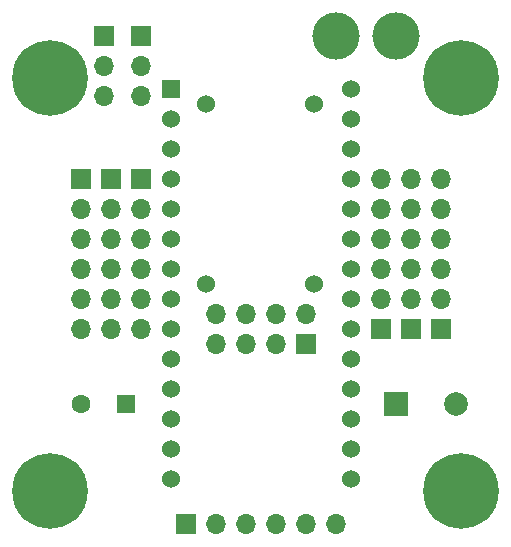
<source format=gts>
G04 #@! TF.GenerationSoftware,KiCad,Pcbnew,(5.1.4)-1*
G04 #@! TF.CreationDate,2020-05-13T10:23:39+02:00*
G04 #@! TF.ProjectId,Pacifista_TinyFPGA,50616369-6669-4737-9461-5f54696e7946,rev?*
G04 #@! TF.SameCoordinates,Original*
G04 #@! TF.FileFunction,Soldermask,Top*
G04 #@! TF.FilePolarity,Negative*
%FSLAX46Y46*%
G04 Gerber Fmt 4.6, Leading zero omitted, Abs format (unit mm)*
G04 Created by KiCad (PCBNEW (5.1.4)-1) date 2020-05-13 10:23:39*
%MOMM*%
%LPD*%
G04 APERTURE LIST*
%ADD10O,1.700000X1.700000*%
%ADD11R,1.700000X1.700000*%
%ADD12C,0.600000*%
%ADD13C,6.400000*%
%ADD14R,2.000000X2.000000*%
%ADD15C,2.000000*%
%ADD16R,1.600000X1.600000*%
%ADD17C,1.600000*%
%ADD18C,4.000500*%
%ADD19C,1.524000*%
%ADD20R,1.524000X1.524000*%
G04 APERTURE END LIST*
D10*
X96520000Y-110490000D03*
X96520000Y-113030000D03*
X96520000Y-115570000D03*
X96520000Y-118110000D03*
X96520000Y-120650000D03*
D11*
X96520000Y-123190000D03*
D12*
X104948056Y-100283944D03*
X103251000Y-99581000D03*
X101553944Y-100283944D03*
X100851000Y-101981000D03*
X101553944Y-103678056D03*
X103251000Y-104381000D03*
X104948056Y-103678056D03*
X105651000Y-101981000D03*
D13*
X103251000Y-101981000D03*
X103251000Y-136906000D03*
D12*
X105651000Y-136906000D03*
X104948056Y-138603056D03*
X103251000Y-139306000D03*
X101553944Y-138603056D03*
X100851000Y-136906000D03*
X101553944Y-135208944D03*
X103251000Y-134506000D03*
X104948056Y-135208944D03*
X70150056Y-135208944D03*
X68453000Y-134506000D03*
X66755944Y-135208944D03*
X66053000Y-136906000D03*
X66755944Y-138603056D03*
X68453000Y-139306000D03*
X70150056Y-138603056D03*
X70853000Y-136906000D03*
D13*
X68453000Y-136906000D03*
X68453000Y-101981000D03*
D12*
X70853000Y-101981000D03*
X70150056Y-103678056D03*
X68453000Y-104381000D03*
X66755944Y-103678056D03*
X66053000Y-101981000D03*
X66755944Y-100283944D03*
X68453000Y-99581000D03*
X70150056Y-100283944D03*
D14*
X97790000Y-129540000D03*
D15*
X102790000Y-129540000D03*
D11*
X99060000Y-123190000D03*
D10*
X99060000Y-120650000D03*
X99060000Y-118110000D03*
X99060000Y-115570000D03*
X99060000Y-113030000D03*
X99060000Y-110490000D03*
X82550000Y-121920000D03*
X82550000Y-124460000D03*
X85090000Y-121920000D03*
X85090000Y-124460000D03*
X87630000Y-121920000D03*
X87630000Y-124460000D03*
X90170000Y-121920000D03*
D11*
X90170000Y-124460000D03*
D10*
X101600000Y-110490000D03*
X101600000Y-113030000D03*
X101600000Y-115570000D03*
X101600000Y-118110000D03*
X101600000Y-120650000D03*
D11*
X101600000Y-123190000D03*
X71120000Y-110490000D03*
D10*
X71120000Y-113030000D03*
X71120000Y-115570000D03*
X71120000Y-118110000D03*
X71120000Y-120650000D03*
X71120000Y-123190000D03*
X73025000Y-103505000D03*
X73025000Y-100965000D03*
D11*
X73025000Y-98425000D03*
D16*
X74920000Y-129540000D03*
D17*
X71120000Y-129540000D03*
D18*
X92710000Y-98425000D03*
X97790000Y-98425000D03*
D10*
X73660000Y-123190000D03*
X73660000Y-120650000D03*
X73660000Y-118110000D03*
X73660000Y-115570000D03*
X73660000Y-113030000D03*
D11*
X73660000Y-110490000D03*
X76200000Y-110490000D03*
D10*
X76200000Y-113030000D03*
X76200000Y-115570000D03*
X76200000Y-118110000D03*
X76200000Y-120650000D03*
X76200000Y-123190000D03*
X76200000Y-103505000D03*
X76200000Y-100965000D03*
D11*
X76200000Y-98425000D03*
D19*
X90805000Y-119380000D03*
X81665000Y-119380000D03*
X90809000Y-104140000D03*
X81665000Y-104140000D03*
D10*
X92710000Y-139700000D03*
X90170000Y-139700000D03*
X87630000Y-139700000D03*
X85090000Y-139700000D03*
X82550000Y-139700000D03*
D11*
X80010000Y-139700000D03*
D19*
X93980000Y-102870000D03*
X93980000Y-105410000D03*
X93980000Y-107950000D03*
X93980000Y-110490000D03*
X93980000Y-113030000D03*
X93980000Y-115570000D03*
X93980000Y-118110000D03*
X93980000Y-120650000D03*
X93980000Y-123190000D03*
X93980000Y-125730000D03*
X93980000Y-128270000D03*
X93980000Y-130810000D03*
X93980000Y-133350000D03*
X93980000Y-135890000D03*
X78740000Y-135890000D03*
X78740000Y-133350000D03*
X78740000Y-130810000D03*
X78740000Y-128270000D03*
X78740000Y-125730000D03*
X78740000Y-123190000D03*
X78740000Y-120650000D03*
X78740000Y-118110000D03*
X78740000Y-115570000D03*
X78740000Y-113030000D03*
X78740000Y-110490000D03*
X78740000Y-107950000D03*
X78740000Y-105410000D03*
D20*
X78740000Y-102870000D03*
M02*

</source>
